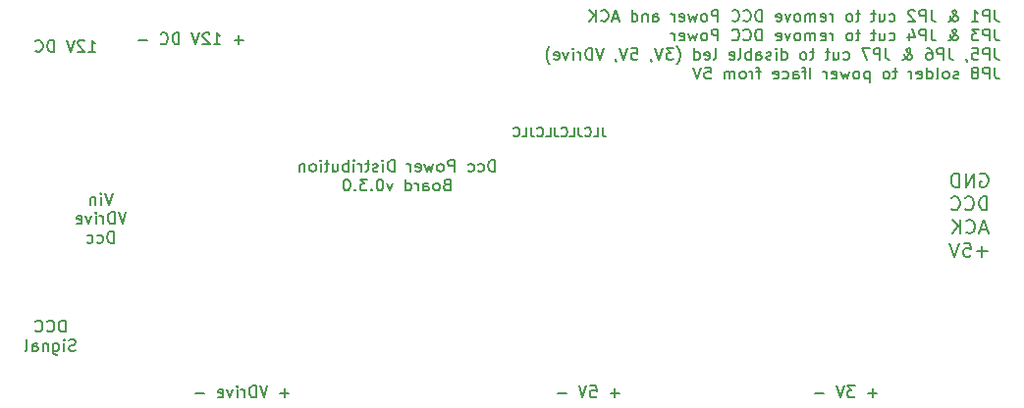
<source format=gbr>
G04 #@! TF.GenerationSoftware,KiCad,Pcbnew,5.1.10-88a1d61d58~90~ubuntu21.04.1*
G04 #@! TF.CreationDate,2021-08-23T11:27:44+02:00*
G04 #@! TF.ProjectId,DccDecoder,44636344-6563-46f6-9465-722e6b696361,rev?*
G04 #@! TF.SameCoordinates,Original*
G04 #@! TF.FileFunction,Legend,Bot*
G04 #@! TF.FilePolarity,Positive*
%FSLAX46Y46*%
G04 Gerber Fmt 4.6, Leading zero omitted, Abs format (unit mm)*
G04 Created by KiCad (PCBNEW 5.1.10-88a1d61d58~90~ubuntu21.04.1) date 2021-08-23 11:27:44*
%MOMM*%
%LPD*%
G01*
G04 APERTURE LIST*
%ADD10C,0.150000*%
%ADD11C,0.200000*%
%ADD12C,2.400000*%
%ADD13R,2.400000X2.400000*%
%ADD14C,4.700000*%
%ADD15O,1.950000X1.700000*%
%ADD16R,3.500000X3.500000*%
%ADD17O,1.700000X1.700000*%
%ADD18R,1.700000X1.700000*%
%ADD19O,2.000000X1.700000*%
G04 APERTURE END LIST*
D10*
X39448809Y-28011428D02*
X38686904Y-28011428D01*
X39067857Y-28392380D02*
X39067857Y-27630476D01*
X36925000Y-28392380D02*
X37496428Y-28392380D01*
X37210714Y-28392380D02*
X37210714Y-27392380D01*
X37305952Y-27535238D01*
X37401190Y-27630476D01*
X37496428Y-27678095D01*
X36544047Y-27487619D02*
X36496428Y-27440000D01*
X36401190Y-27392380D01*
X36163095Y-27392380D01*
X36067857Y-27440000D01*
X36020238Y-27487619D01*
X35972619Y-27582857D01*
X35972619Y-27678095D01*
X36020238Y-27820952D01*
X36591666Y-28392380D01*
X35972619Y-28392380D01*
X35686904Y-27392380D02*
X35353571Y-28392380D01*
X35020238Y-27392380D01*
X33925000Y-28392380D02*
X33925000Y-27392380D01*
X33686904Y-27392380D01*
X33544047Y-27440000D01*
X33448809Y-27535238D01*
X33401190Y-27630476D01*
X33353571Y-27820952D01*
X33353571Y-27963809D01*
X33401190Y-28154285D01*
X33448809Y-28249523D01*
X33544047Y-28344761D01*
X33686904Y-28392380D01*
X33925000Y-28392380D01*
X32353571Y-28297142D02*
X32401190Y-28344761D01*
X32544047Y-28392380D01*
X32639285Y-28392380D01*
X32782142Y-28344761D01*
X32877380Y-28249523D01*
X32925000Y-28154285D01*
X32972619Y-27963809D01*
X32972619Y-27820952D01*
X32925000Y-27630476D01*
X32877380Y-27535238D01*
X32782142Y-27440000D01*
X32639285Y-27392380D01*
X32544047Y-27392380D01*
X32401190Y-27440000D01*
X32353571Y-27487619D01*
X31163095Y-28011428D02*
X30401190Y-28011428D01*
X104280690Y-25425380D02*
X104280690Y-26139666D01*
X104328309Y-26282523D01*
X104423547Y-26377761D01*
X104566404Y-26425380D01*
X104661642Y-26425380D01*
X103804500Y-26425380D02*
X103804500Y-25425380D01*
X103423547Y-25425380D01*
X103328309Y-25473000D01*
X103280690Y-25520619D01*
X103233071Y-25615857D01*
X103233071Y-25758714D01*
X103280690Y-25853952D01*
X103328309Y-25901571D01*
X103423547Y-25949190D01*
X103804500Y-25949190D01*
X102280690Y-26425380D02*
X102852119Y-26425380D01*
X102566404Y-26425380D02*
X102566404Y-25425380D01*
X102661642Y-25568238D01*
X102756880Y-25663476D01*
X102852119Y-25711095D01*
X100280690Y-26425380D02*
X100328309Y-26425380D01*
X100423547Y-26377761D01*
X100566404Y-26234904D01*
X100804500Y-25949190D01*
X100899738Y-25806333D01*
X100947357Y-25663476D01*
X100947357Y-25568238D01*
X100899738Y-25473000D01*
X100804500Y-25425380D01*
X100756880Y-25425380D01*
X100661642Y-25473000D01*
X100614023Y-25568238D01*
X100614023Y-25615857D01*
X100661642Y-25711095D01*
X100709261Y-25758714D01*
X100994976Y-25949190D01*
X101042595Y-25996809D01*
X101090214Y-26092047D01*
X101090214Y-26234904D01*
X101042595Y-26330142D01*
X100994976Y-26377761D01*
X100899738Y-26425380D01*
X100756880Y-26425380D01*
X100661642Y-26377761D01*
X100614023Y-26330142D01*
X100471166Y-26139666D01*
X100423547Y-25996809D01*
X100423547Y-25901571D01*
X98804500Y-25425380D02*
X98804500Y-26139666D01*
X98852119Y-26282523D01*
X98947357Y-26377761D01*
X99090214Y-26425380D01*
X99185452Y-26425380D01*
X98328309Y-26425380D02*
X98328309Y-25425380D01*
X97947357Y-25425380D01*
X97852119Y-25473000D01*
X97804500Y-25520619D01*
X97756880Y-25615857D01*
X97756880Y-25758714D01*
X97804500Y-25853952D01*
X97852119Y-25901571D01*
X97947357Y-25949190D01*
X98328309Y-25949190D01*
X97375928Y-25520619D02*
X97328309Y-25473000D01*
X97233071Y-25425380D01*
X96994976Y-25425380D01*
X96899738Y-25473000D01*
X96852119Y-25520619D01*
X96804500Y-25615857D01*
X96804500Y-25711095D01*
X96852119Y-25853952D01*
X97423547Y-26425380D01*
X96804500Y-26425380D01*
X95185452Y-26377761D02*
X95280690Y-26425380D01*
X95471166Y-26425380D01*
X95566404Y-26377761D01*
X95614023Y-26330142D01*
X95661642Y-26234904D01*
X95661642Y-25949190D01*
X95614023Y-25853952D01*
X95566404Y-25806333D01*
X95471166Y-25758714D01*
X95280690Y-25758714D01*
X95185452Y-25806333D01*
X94328309Y-25758714D02*
X94328309Y-26425380D01*
X94756880Y-25758714D02*
X94756880Y-26282523D01*
X94709261Y-26377761D01*
X94614023Y-26425380D01*
X94471166Y-26425380D01*
X94375928Y-26377761D01*
X94328309Y-26330142D01*
X93994976Y-25758714D02*
X93614023Y-25758714D01*
X93852119Y-25425380D02*
X93852119Y-26282523D01*
X93804500Y-26377761D01*
X93709261Y-26425380D01*
X93614023Y-26425380D01*
X92661642Y-25758714D02*
X92280690Y-25758714D01*
X92518785Y-25425380D02*
X92518785Y-26282523D01*
X92471166Y-26377761D01*
X92375928Y-26425380D01*
X92280690Y-26425380D01*
X91804500Y-26425380D02*
X91899738Y-26377761D01*
X91947357Y-26330142D01*
X91994976Y-26234904D01*
X91994976Y-25949190D01*
X91947357Y-25853952D01*
X91899738Y-25806333D01*
X91804500Y-25758714D01*
X91661642Y-25758714D01*
X91566404Y-25806333D01*
X91518785Y-25853952D01*
X91471166Y-25949190D01*
X91471166Y-26234904D01*
X91518785Y-26330142D01*
X91566404Y-26377761D01*
X91661642Y-26425380D01*
X91804500Y-26425380D01*
X90280690Y-26425380D02*
X90280690Y-25758714D01*
X90280690Y-25949190D02*
X90233071Y-25853952D01*
X90185452Y-25806333D01*
X90090214Y-25758714D01*
X89994976Y-25758714D01*
X89280690Y-26377761D02*
X89375928Y-26425380D01*
X89566404Y-26425380D01*
X89661642Y-26377761D01*
X89709261Y-26282523D01*
X89709261Y-25901571D01*
X89661642Y-25806333D01*
X89566404Y-25758714D01*
X89375928Y-25758714D01*
X89280690Y-25806333D01*
X89233071Y-25901571D01*
X89233071Y-25996809D01*
X89709261Y-26092047D01*
X88804500Y-26425380D02*
X88804500Y-25758714D01*
X88804500Y-25853952D02*
X88756880Y-25806333D01*
X88661642Y-25758714D01*
X88518785Y-25758714D01*
X88423547Y-25806333D01*
X88375928Y-25901571D01*
X88375928Y-26425380D01*
X88375928Y-25901571D02*
X88328309Y-25806333D01*
X88233071Y-25758714D01*
X88090214Y-25758714D01*
X87994976Y-25806333D01*
X87947357Y-25901571D01*
X87947357Y-26425380D01*
X87328309Y-26425380D02*
X87423547Y-26377761D01*
X87471166Y-26330142D01*
X87518785Y-26234904D01*
X87518785Y-25949190D01*
X87471166Y-25853952D01*
X87423547Y-25806333D01*
X87328309Y-25758714D01*
X87185452Y-25758714D01*
X87090214Y-25806333D01*
X87042595Y-25853952D01*
X86994976Y-25949190D01*
X86994976Y-26234904D01*
X87042595Y-26330142D01*
X87090214Y-26377761D01*
X87185452Y-26425380D01*
X87328309Y-26425380D01*
X86661642Y-25758714D02*
X86423547Y-26425380D01*
X86185452Y-25758714D01*
X85423547Y-26377761D02*
X85518785Y-26425380D01*
X85709261Y-26425380D01*
X85804500Y-26377761D01*
X85852119Y-26282523D01*
X85852119Y-25901571D01*
X85804500Y-25806333D01*
X85709261Y-25758714D01*
X85518785Y-25758714D01*
X85423547Y-25806333D01*
X85375928Y-25901571D01*
X85375928Y-25996809D01*
X85852119Y-26092047D01*
X84185452Y-26425380D02*
X84185452Y-25425380D01*
X83947357Y-25425380D01*
X83804500Y-25473000D01*
X83709261Y-25568238D01*
X83661642Y-25663476D01*
X83614023Y-25853952D01*
X83614023Y-25996809D01*
X83661642Y-26187285D01*
X83709261Y-26282523D01*
X83804500Y-26377761D01*
X83947357Y-26425380D01*
X84185452Y-26425380D01*
X82614023Y-26330142D02*
X82661642Y-26377761D01*
X82804500Y-26425380D01*
X82899738Y-26425380D01*
X83042595Y-26377761D01*
X83137833Y-26282523D01*
X83185452Y-26187285D01*
X83233071Y-25996809D01*
X83233071Y-25853952D01*
X83185452Y-25663476D01*
X83137833Y-25568238D01*
X83042595Y-25473000D01*
X82899738Y-25425380D01*
X82804500Y-25425380D01*
X82661642Y-25473000D01*
X82614023Y-25520619D01*
X81614023Y-26330142D02*
X81661642Y-26377761D01*
X81804500Y-26425380D01*
X81899738Y-26425380D01*
X82042595Y-26377761D01*
X82137833Y-26282523D01*
X82185452Y-26187285D01*
X82233071Y-25996809D01*
X82233071Y-25853952D01*
X82185452Y-25663476D01*
X82137833Y-25568238D01*
X82042595Y-25473000D01*
X81899738Y-25425380D01*
X81804500Y-25425380D01*
X81661642Y-25473000D01*
X81614023Y-25520619D01*
X80423547Y-26425380D02*
X80423547Y-25425380D01*
X80042595Y-25425380D01*
X79947357Y-25473000D01*
X79899738Y-25520619D01*
X79852119Y-25615857D01*
X79852119Y-25758714D01*
X79899738Y-25853952D01*
X79947357Y-25901571D01*
X80042595Y-25949190D01*
X80423547Y-25949190D01*
X79280690Y-26425380D02*
X79375928Y-26377761D01*
X79423547Y-26330142D01*
X79471166Y-26234904D01*
X79471166Y-25949190D01*
X79423547Y-25853952D01*
X79375928Y-25806333D01*
X79280690Y-25758714D01*
X79137833Y-25758714D01*
X79042595Y-25806333D01*
X78994976Y-25853952D01*
X78947357Y-25949190D01*
X78947357Y-26234904D01*
X78994976Y-26330142D01*
X79042595Y-26377761D01*
X79137833Y-26425380D01*
X79280690Y-26425380D01*
X78614023Y-25758714D02*
X78423547Y-26425380D01*
X78233071Y-25949190D01*
X78042595Y-26425380D01*
X77852119Y-25758714D01*
X77090214Y-26377761D02*
X77185452Y-26425380D01*
X77375928Y-26425380D01*
X77471166Y-26377761D01*
X77518785Y-26282523D01*
X77518785Y-25901571D01*
X77471166Y-25806333D01*
X77375928Y-25758714D01*
X77185452Y-25758714D01*
X77090214Y-25806333D01*
X77042595Y-25901571D01*
X77042595Y-25996809D01*
X77518785Y-26092047D01*
X76614023Y-26425380D02*
X76614023Y-25758714D01*
X76614023Y-25949190D02*
X76566404Y-25853952D01*
X76518785Y-25806333D01*
X76423547Y-25758714D01*
X76328309Y-25758714D01*
X74804500Y-26425380D02*
X74804500Y-25901571D01*
X74852119Y-25806333D01*
X74947357Y-25758714D01*
X75137833Y-25758714D01*
X75233071Y-25806333D01*
X74804500Y-26377761D02*
X74899738Y-26425380D01*
X75137833Y-26425380D01*
X75233071Y-26377761D01*
X75280690Y-26282523D01*
X75280690Y-26187285D01*
X75233071Y-26092047D01*
X75137833Y-26044428D01*
X74899738Y-26044428D01*
X74804500Y-25996809D01*
X74328309Y-25758714D02*
X74328309Y-26425380D01*
X74328309Y-25853952D02*
X74280690Y-25806333D01*
X74185452Y-25758714D01*
X74042595Y-25758714D01*
X73947357Y-25806333D01*
X73899738Y-25901571D01*
X73899738Y-26425380D01*
X72994976Y-26425380D02*
X72994976Y-25425380D01*
X72994976Y-26377761D02*
X73090214Y-26425380D01*
X73280690Y-26425380D01*
X73375928Y-26377761D01*
X73423547Y-26330142D01*
X73471166Y-26234904D01*
X73471166Y-25949190D01*
X73423547Y-25853952D01*
X73375928Y-25806333D01*
X73280690Y-25758714D01*
X73090214Y-25758714D01*
X72994976Y-25806333D01*
X71804500Y-26139666D02*
X71328309Y-26139666D01*
X71899738Y-26425380D02*
X71566404Y-25425380D01*
X71233071Y-26425380D01*
X70328309Y-26330142D02*
X70375928Y-26377761D01*
X70518785Y-26425380D01*
X70614023Y-26425380D01*
X70756880Y-26377761D01*
X70852119Y-26282523D01*
X70899738Y-26187285D01*
X70947357Y-25996809D01*
X70947357Y-25853952D01*
X70899738Y-25663476D01*
X70852119Y-25568238D01*
X70756880Y-25473000D01*
X70614023Y-25425380D01*
X70518785Y-25425380D01*
X70375928Y-25473000D01*
X70328309Y-25520619D01*
X69899738Y-26425380D02*
X69899738Y-25425380D01*
X69328309Y-26425380D02*
X69756880Y-25853952D01*
X69328309Y-25425380D02*
X69899738Y-25996809D01*
X104280690Y-27075380D02*
X104280690Y-27789666D01*
X104328309Y-27932523D01*
X104423547Y-28027761D01*
X104566404Y-28075380D01*
X104661642Y-28075380D01*
X103804500Y-28075380D02*
X103804500Y-27075380D01*
X103423547Y-27075380D01*
X103328309Y-27123000D01*
X103280690Y-27170619D01*
X103233071Y-27265857D01*
X103233071Y-27408714D01*
X103280690Y-27503952D01*
X103328309Y-27551571D01*
X103423547Y-27599190D01*
X103804500Y-27599190D01*
X102899738Y-27075380D02*
X102280690Y-27075380D01*
X102614023Y-27456333D01*
X102471166Y-27456333D01*
X102375928Y-27503952D01*
X102328309Y-27551571D01*
X102280690Y-27646809D01*
X102280690Y-27884904D01*
X102328309Y-27980142D01*
X102375928Y-28027761D01*
X102471166Y-28075380D01*
X102756880Y-28075380D01*
X102852119Y-28027761D01*
X102899738Y-27980142D01*
X100280690Y-28075380D02*
X100328309Y-28075380D01*
X100423547Y-28027761D01*
X100566404Y-27884904D01*
X100804500Y-27599190D01*
X100899738Y-27456333D01*
X100947357Y-27313476D01*
X100947357Y-27218238D01*
X100899738Y-27123000D01*
X100804500Y-27075380D01*
X100756880Y-27075380D01*
X100661642Y-27123000D01*
X100614023Y-27218238D01*
X100614023Y-27265857D01*
X100661642Y-27361095D01*
X100709261Y-27408714D01*
X100994976Y-27599190D01*
X101042595Y-27646809D01*
X101090214Y-27742047D01*
X101090214Y-27884904D01*
X101042595Y-27980142D01*
X100994976Y-28027761D01*
X100899738Y-28075380D01*
X100756880Y-28075380D01*
X100661642Y-28027761D01*
X100614023Y-27980142D01*
X100471166Y-27789666D01*
X100423547Y-27646809D01*
X100423547Y-27551571D01*
X98804500Y-27075380D02*
X98804500Y-27789666D01*
X98852119Y-27932523D01*
X98947357Y-28027761D01*
X99090214Y-28075380D01*
X99185452Y-28075380D01*
X98328309Y-28075380D02*
X98328309Y-27075380D01*
X97947357Y-27075380D01*
X97852119Y-27123000D01*
X97804500Y-27170619D01*
X97756880Y-27265857D01*
X97756880Y-27408714D01*
X97804500Y-27503952D01*
X97852119Y-27551571D01*
X97947357Y-27599190D01*
X98328309Y-27599190D01*
X96899738Y-27408714D02*
X96899738Y-28075380D01*
X97137833Y-27027761D02*
X97375928Y-27742047D01*
X96756880Y-27742047D01*
X95185452Y-28027761D02*
X95280690Y-28075380D01*
X95471166Y-28075380D01*
X95566404Y-28027761D01*
X95614023Y-27980142D01*
X95661642Y-27884904D01*
X95661642Y-27599190D01*
X95614023Y-27503952D01*
X95566404Y-27456333D01*
X95471166Y-27408714D01*
X95280690Y-27408714D01*
X95185452Y-27456333D01*
X94328309Y-27408714D02*
X94328309Y-28075380D01*
X94756880Y-27408714D02*
X94756880Y-27932523D01*
X94709261Y-28027761D01*
X94614023Y-28075380D01*
X94471166Y-28075380D01*
X94375928Y-28027761D01*
X94328309Y-27980142D01*
X93994976Y-27408714D02*
X93614023Y-27408714D01*
X93852119Y-27075380D02*
X93852119Y-27932523D01*
X93804500Y-28027761D01*
X93709261Y-28075380D01*
X93614023Y-28075380D01*
X92661642Y-27408714D02*
X92280690Y-27408714D01*
X92518785Y-27075380D02*
X92518785Y-27932523D01*
X92471166Y-28027761D01*
X92375928Y-28075380D01*
X92280690Y-28075380D01*
X91804500Y-28075380D02*
X91899738Y-28027761D01*
X91947357Y-27980142D01*
X91994976Y-27884904D01*
X91994976Y-27599190D01*
X91947357Y-27503952D01*
X91899738Y-27456333D01*
X91804500Y-27408714D01*
X91661642Y-27408714D01*
X91566404Y-27456333D01*
X91518785Y-27503952D01*
X91471166Y-27599190D01*
X91471166Y-27884904D01*
X91518785Y-27980142D01*
X91566404Y-28027761D01*
X91661642Y-28075380D01*
X91804500Y-28075380D01*
X90280690Y-28075380D02*
X90280690Y-27408714D01*
X90280690Y-27599190D02*
X90233071Y-27503952D01*
X90185452Y-27456333D01*
X90090214Y-27408714D01*
X89994976Y-27408714D01*
X89280690Y-28027761D02*
X89375928Y-28075380D01*
X89566404Y-28075380D01*
X89661642Y-28027761D01*
X89709261Y-27932523D01*
X89709261Y-27551571D01*
X89661642Y-27456333D01*
X89566404Y-27408714D01*
X89375928Y-27408714D01*
X89280690Y-27456333D01*
X89233071Y-27551571D01*
X89233071Y-27646809D01*
X89709261Y-27742047D01*
X88804500Y-28075380D02*
X88804500Y-27408714D01*
X88804500Y-27503952D02*
X88756880Y-27456333D01*
X88661642Y-27408714D01*
X88518785Y-27408714D01*
X88423547Y-27456333D01*
X88375928Y-27551571D01*
X88375928Y-28075380D01*
X88375928Y-27551571D02*
X88328309Y-27456333D01*
X88233071Y-27408714D01*
X88090214Y-27408714D01*
X87994976Y-27456333D01*
X87947357Y-27551571D01*
X87947357Y-28075380D01*
X87328309Y-28075380D02*
X87423547Y-28027761D01*
X87471166Y-27980142D01*
X87518785Y-27884904D01*
X87518785Y-27599190D01*
X87471166Y-27503952D01*
X87423547Y-27456333D01*
X87328309Y-27408714D01*
X87185452Y-27408714D01*
X87090214Y-27456333D01*
X87042595Y-27503952D01*
X86994976Y-27599190D01*
X86994976Y-27884904D01*
X87042595Y-27980142D01*
X87090214Y-28027761D01*
X87185452Y-28075380D01*
X87328309Y-28075380D01*
X86661642Y-27408714D02*
X86423547Y-28075380D01*
X86185452Y-27408714D01*
X85423547Y-28027761D02*
X85518785Y-28075380D01*
X85709261Y-28075380D01*
X85804500Y-28027761D01*
X85852119Y-27932523D01*
X85852119Y-27551571D01*
X85804500Y-27456333D01*
X85709261Y-27408714D01*
X85518785Y-27408714D01*
X85423547Y-27456333D01*
X85375928Y-27551571D01*
X85375928Y-27646809D01*
X85852119Y-27742047D01*
X84185452Y-28075380D02*
X84185452Y-27075380D01*
X83947357Y-27075380D01*
X83804500Y-27123000D01*
X83709261Y-27218238D01*
X83661642Y-27313476D01*
X83614023Y-27503952D01*
X83614023Y-27646809D01*
X83661642Y-27837285D01*
X83709261Y-27932523D01*
X83804500Y-28027761D01*
X83947357Y-28075380D01*
X84185452Y-28075380D01*
X82614023Y-27980142D02*
X82661642Y-28027761D01*
X82804500Y-28075380D01*
X82899738Y-28075380D01*
X83042595Y-28027761D01*
X83137833Y-27932523D01*
X83185452Y-27837285D01*
X83233071Y-27646809D01*
X83233071Y-27503952D01*
X83185452Y-27313476D01*
X83137833Y-27218238D01*
X83042595Y-27123000D01*
X82899738Y-27075380D01*
X82804500Y-27075380D01*
X82661642Y-27123000D01*
X82614023Y-27170619D01*
X81614023Y-27980142D02*
X81661642Y-28027761D01*
X81804500Y-28075380D01*
X81899738Y-28075380D01*
X82042595Y-28027761D01*
X82137833Y-27932523D01*
X82185452Y-27837285D01*
X82233071Y-27646809D01*
X82233071Y-27503952D01*
X82185452Y-27313476D01*
X82137833Y-27218238D01*
X82042595Y-27123000D01*
X81899738Y-27075380D01*
X81804500Y-27075380D01*
X81661642Y-27123000D01*
X81614023Y-27170619D01*
X80423547Y-28075380D02*
X80423547Y-27075380D01*
X80042595Y-27075380D01*
X79947357Y-27123000D01*
X79899738Y-27170619D01*
X79852119Y-27265857D01*
X79852119Y-27408714D01*
X79899738Y-27503952D01*
X79947357Y-27551571D01*
X80042595Y-27599190D01*
X80423547Y-27599190D01*
X79280690Y-28075380D02*
X79375928Y-28027761D01*
X79423547Y-27980142D01*
X79471166Y-27884904D01*
X79471166Y-27599190D01*
X79423547Y-27503952D01*
X79375928Y-27456333D01*
X79280690Y-27408714D01*
X79137833Y-27408714D01*
X79042595Y-27456333D01*
X78994976Y-27503952D01*
X78947357Y-27599190D01*
X78947357Y-27884904D01*
X78994976Y-27980142D01*
X79042595Y-28027761D01*
X79137833Y-28075380D01*
X79280690Y-28075380D01*
X78614023Y-27408714D02*
X78423547Y-28075380D01*
X78233071Y-27599190D01*
X78042595Y-28075380D01*
X77852119Y-27408714D01*
X77090214Y-28027761D02*
X77185452Y-28075380D01*
X77375928Y-28075380D01*
X77471166Y-28027761D01*
X77518785Y-27932523D01*
X77518785Y-27551571D01*
X77471166Y-27456333D01*
X77375928Y-27408714D01*
X77185452Y-27408714D01*
X77090214Y-27456333D01*
X77042595Y-27551571D01*
X77042595Y-27646809D01*
X77518785Y-27742047D01*
X76614023Y-28075380D02*
X76614023Y-27408714D01*
X76614023Y-27599190D02*
X76566404Y-27503952D01*
X76518785Y-27456333D01*
X76423547Y-27408714D01*
X76328309Y-27408714D01*
X104280690Y-28725380D02*
X104280690Y-29439666D01*
X104328309Y-29582523D01*
X104423547Y-29677761D01*
X104566404Y-29725380D01*
X104661642Y-29725380D01*
X103804500Y-29725380D02*
X103804500Y-28725380D01*
X103423547Y-28725380D01*
X103328309Y-28773000D01*
X103280690Y-28820619D01*
X103233071Y-28915857D01*
X103233071Y-29058714D01*
X103280690Y-29153952D01*
X103328309Y-29201571D01*
X103423547Y-29249190D01*
X103804500Y-29249190D01*
X102328309Y-28725380D02*
X102804500Y-28725380D01*
X102852119Y-29201571D01*
X102804500Y-29153952D01*
X102709261Y-29106333D01*
X102471166Y-29106333D01*
X102375928Y-29153952D01*
X102328309Y-29201571D01*
X102280690Y-29296809D01*
X102280690Y-29534904D01*
X102328309Y-29630142D01*
X102375928Y-29677761D01*
X102471166Y-29725380D01*
X102709261Y-29725380D01*
X102804500Y-29677761D01*
X102852119Y-29630142D01*
X101804500Y-29677761D02*
X101804500Y-29725380D01*
X101852119Y-29820619D01*
X101899738Y-29868238D01*
X100328309Y-28725380D02*
X100328309Y-29439666D01*
X100375928Y-29582523D01*
X100471166Y-29677761D01*
X100614023Y-29725380D01*
X100709261Y-29725380D01*
X99852119Y-29725380D02*
X99852119Y-28725380D01*
X99471166Y-28725380D01*
X99375928Y-28773000D01*
X99328309Y-28820619D01*
X99280690Y-28915857D01*
X99280690Y-29058714D01*
X99328309Y-29153952D01*
X99375928Y-29201571D01*
X99471166Y-29249190D01*
X99852119Y-29249190D01*
X98423547Y-28725380D02*
X98614023Y-28725380D01*
X98709261Y-28773000D01*
X98756880Y-28820619D01*
X98852119Y-28963476D01*
X98899738Y-29153952D01*
X98899738Y-29534904D01*
X98852119Y-29630142D01*
X98804500Y-29677761D01*
X98709261Y-29725380D01*
X98518785Y-29725380D01*
X98423547Y-29677761D01*
X98375928Y-29630142D01*
X98328309Y-29534904D01*
X98328309Y-29296809D01*
X98375928Y-29201571D01*
X98423547Y-29153952D01*
X98518785Y-29106333D01*
X98709261Y-29106333D01*
X98804500Y-29153952D01*
X98852119Y-29201571D01*
X98899738Y-29296809D01*
X96328309Y-29725380D02*
X96375928Y-29725380D01*
X96471166Y-29677761D01*
X96614023Y-29534904D01*
X96852119Y-29249190D01*
X96947357Y-29106333D01*
X96994976Y-28963476D01*
X96994976Y-28868238D01*
X96947357Y-28773000D01*
X96852119Y-28725380D01*
X96804500Y-28725380D01*
X96709261Y-28773000D01*
X96661642Y-28868238D01*
X96661642Y-28915857D01*
X96709261Y-29011095D01*
X96756880Y-29058714D01*
X97042595Y-29249190D01*
X97090214Y-29296809D01*
X97137833Y-29392047D01*
X97137833Y-29534904D01*
X97090214Y-29630142D01*
X97042595Y-29677761D01*
X96947357Y-29725380D01*
X96804500Y-29725380D01*
X96709261Y-29677761D01*
X96661642Y-29630142D01*
X96518785Y-29439666D01*
X96471166Y-29296809D01*
X96471166Y-29201571D01*
X94852119Y-28725380D02*
X94852119Y-29439666D01*
X94899738Y-29582523D01*
X94994976Y-29677761D01*
X95137833Y-29725380D01*
X95233071Y-29725380D01*
X94375928Y-29725380D02*
X94375928Y-28725380D01*
X93994976Y-28725380D01*
X93899738Y-28773000D01*
X93852119Y-28820619D01*
X93804500Y-28915857D01*
X93804500Y-29058714D01*
X93852119Y-29153952D01*
X93899738Y-29201571D01*
X93994976Y-29249190D01*
X94375928Y-29249190D01*
X93471166Y-28725380D02*
X92804500Y-28725380D01*
X93233071Y-29725380D01*
X91233071Y-29677761D02*
X91328309Y-29725380D01*
X91518785Y-29725380D01*
X91614023Y-29677761D01*
X91661642Y-29630142D01*
X91709261Y-29534904D01*
X91709261Y-29249190D01*
X91661642Y-29153952D01*
X91614023Y-29106333D01*
X91518785Y-29058714D01*
X91328309Y-29058714D01*
X91233071Y-29106333D01*
X90375928Y-29058714D02*
X90375928Y-29725380D01*
X90804500Y-29058714D02*
X90804500Y-29582523D01*
X90756880Y-29677761D01*
X90661642Y-29725380D01*
X90518785Y-29725380D01*
X90423547Y-29677761D01*
X90375928Y-29630142D01*
X90042595Y-29058714D02*
X89661642Y-29058714D01*
X89899738Y-28725380D02*
X89899738Y-29582523D01*
X89852119Y-29677761D01*
X89756880Y-29725380D01*
X89661642Y-29725380D01*
X88709261Y-29058714D02*
X88328309Y-29058714D01*
X88566404Y-28725380D02*
X88566404Y-29582523D01*
X88518785Y-29677761D01*
X88423547Y-29725380D01*
X88328309Y-29725380D01*
X87852119Y-29725380D02*
X87947357Y-29677761D01*
X87994976Y-29630142D01*
X88042595Y-29534904D01*
X88042595Y-29249190D01*
X87994976Y-29153952D01*
X87947357Y-29106333D01*
X87852119Y-29058714D01*
X87709261Y-29058714D01*
X87614023Y-29106333D01*
X87566404Y-29153952D01*
X87518785Y-29249190D01*
X87518785Y-29534904D01*
X87566404Y-29630142D01*
X87614023Y-29677761D01*
X87709261Y-29725380D01*
X87852119Y-29725380D01*
X85899738Y-29725380D02*
X85899738Y-28725380D01*
X85899738Y-29677761D02*
X85994976Y-29725380D01*
X86185452Y-29725380D01*
X86280690Y-29677761D01*
X86328309Y-29630142D01*
X86375928Y-29534904D01*
X86375928Y-29249190D01*
X86328309Y-29153952D01*
X86280690Y-29106333D01*
X86185452Y-29058714D01*
X85994976Y-29058714D01*
X85899738Y-29106333D01*
X85423547Y-29725380D02*
X85423547Y-29058714D01*
X85423547Y-28725380D02*
X85471166Y-28773000D01*
X85423547Y-28820619D01*
X85375928Y-28773000D01*
X85423547Y-28725380D01*
X85423547Y-28820619D01*
X84994976Y-29677761D02*
X84899738Y-29725380D01*
X84709261Y-29725380D01*
X84614023Y-29677761D01*
X84566404Y-29582523D01*
X84566404Y-29534904D01*
X84614023Y-29439666D01*
X84709261Y-29392047D01*
X84852119Y-29392047D01*
X84947357Y-29344428D01*
X84994976Y-29249190D01*
X84994976Y-29201571D01*
X84947357Y-29106333D01*
X84852119Y-29058714D01*
X84709261Y-29058714D01*
X84614023Y-29106333D01*
X83709261Y-29725380D02*
X83709261Y-29201571D01*
X83756880Y-29106333D01*
X83852119Y-29058714D01*
X84042595Y-29058714D01*
X84137833Y-29106333D01*
X83709261Y-29677761D02*
X83804500Y-29725380D01*
X84042595Y-29725380D01*
X84137833Y-29677761D01*
X84185452Y-29582523D01*
X84185452Y-29487285D01*
X84137833Y-29392047D01*
X84042595Y-29344428D01*
X83804500Y-29344428D01*
X83709261Y-29296809D01*
X83233071Y-29725380D02*
X83233071Y-28725380D01*
X83233071Y-29106333D02*
X83137833Y-29058714D01*
X82947357Y-29058714D01*
X82852119Y-29106333D01*
X82804500Y-29153952D01*
X82756880Y-29249190D01*
X82756880Y-29534904D01*
X82804500Y-29630142D01*
X82852119Y-29677761D01*
X82947357Y-29725380D01*
X83137833Y-29725380D01*
X83233071Y-29677761D01*
X82185452Y-29725380D02*
X82280690Y-29677761D01*
X82328309Y-29582523D01*
X82328309Y-28725380D01*
X81423547Y-29677761D02*
X81518785Y-29725380D01*
X81709261Y-29725380D01*
X81804500Y-29677761D01*
X81852119Y-29582523D01*
X81852119Y-29201571D01*
X81804500Y-29106333D01*
X81709261Y-29058714D01*
X81518785Y-29058714D01*
X81423547Y-29106333D01*
X81375928Y-29201571D01*
X81375928Y-29296809D01*
X81852119Y-29392047D01*
X80042595Y-29725380D02*
X80137833Y-29677761D01*
X80185452Y-29582523D01*
X80185452Y-28725380D01*
X79280690Y-29677761D02*
X79375928Y-29725380D01*
X79566404Y-29725380D01*
X79661642Y-29677761D01*
X79709261Y-29582523D01*
X79709261Y-29201571D01*
X79661642Y-29106333D01*
X79566404Y-29058714D01*
X79375928Y-29058714D01*
X79280690Y-29106333D01*
X79233071Y-29201571D01*
X79233071Y-29296809D01*
X79709261Y-29392047D01*
X78375928Y-29725380D02*
X78375928Y-28725380D01*
X78375928Y-29677761D02*
X78471166Y-29725380D01*
X78661642Y-29725380D01*
X78756880Y-29677761D01*
X78804500Y-29630142D01*
X78852119Y-29534904D01*
X78852119Y-29249190D01*
X78804500Y-29153952D01*
X78756880Y-29106333D01*
X78661642Y-29058714D01*
X78471166Y-29058714D01*
X78375928Y-29106333D01*
X76852119Y-30106333D02*
X76899738Y-30058714D01*
X76994976Y-29915857D01*
X77042595Y-29820619D01*
X77090214Y-29677761D01*
X77137833Y-29439666D01*
X77137833Y-29249190D01*
X77090214Y-29011095D01*
X77042595Y-28868238D01*
X76994976Y-28773000D01*
X76899738Y-28630142D01*
X76852119Y-28582523D01*
X76566404Y-28725380D02*
X75947357Y-28725380D01*
X76280690Y-29106333D01*
X76137833Y-29106333D01*
X76042595Y-29153952D01*
X75994976Y-29201571D01*
X75947357Y-29296809D01*
X75947357Y-29534904D01*
X75994976Y-29630142D01*
X76042595Y-29677761D01*
X76137833Y-29725380D01*
X76423547Y-29725380D01*
X76518785Y-29677761D01*
X76566404Y-29630142D01*
X75661642Y-28725380D02*
X75328309Y-29725380D01*
X74994976Y-28725380D01*
X74614023Y-29677761D02*
X74614023Y-29725380D01*
X74661642Y-29820619D01*
X74709261Y-29868238D01*
X72947357Y-28725380D02*
X73423547Y-28725380D01*
X73471166Y-29201571D01*
X73423547Y-29153952D01*
X73328309Y-29106333D01*
X73090214Y-29106333D01*
X72994976Y-29153952D01*
X72947357Y-29201571D01*
X72899738Y-29296809D01*
X72899738Y-29534904D01*
X72947357Y-29630142D01*
X72994976Y-29677761D01*
X73090214Y-29725380D01*
X73328309Y-29725380D01*
X73423547Y-29677761D01*
X73471166Y-29630142D01*
X72614023Y-28725380D02*
X72280690Y-29725380D01*
X71947357Y-28725380D01*
X71566404Y-29677761D02*
X71566404Y-29725380D01*
X71614023Y-29820619D01*
X71661642Y-29868238D01*
X70518785Y-28725380D02*
X70185452Y-29725380D01*
X69852119Y-28725380D01*
X69518785Y-29725380D02*
X69518785Y-28725380D01*
X69280690Y-28725380D01*
X69137833Y-28773000D01*
X69042595Y-28868238D01*
X68994976Y-28963476D01*
X68947357Y-29153952D01*
X68947357Y-29296809D01*
X68994976Y-29487285D01*
X69042595Y-29582523D01*
X69137833Y-29677761D01*
X69280690Y-29725380D01*
X69518785Y-29725380D01*
X68518785Y-29725380D02*
X68518785Y-29058714D01*
X68518785Y-29249190D02*
X68471166Y-29153952D01*
X68423547Y-29106333D01*
X68328309Y-29058714D01*
X68233071Y-29058714D01*
X67899738Y-29725380D02*
X67899738Y-29058714D01*
X67899738Y-28725380D02*
X67947357Y-28773000D01*
X67899738Y-28820619D01*
X67852119Y-28773000D01*
X67899738Y-28725380D01*
X67899738Y-28820619D01*
X67518785Y-29058714D02*
X67280690Y-29725380D01*
X67042595Y-29058714D01*
X66280690Y-29677761D02*
X66375928Y-29725380D01*
X66566404Y-29725380D01*
X66661642Y-29677761D01*
X66709261Y-29582523D01*
X66709261Y-29201571D01*
X66661642Y-29106333D01*
X66566404Y-29058714D01*
X66375928Y-29058714D01*
X66280690Y-29106333D01*
X66233071Y-29201571D01*
X66233071Y-29296809D01*
X66709261Y-29392047D01*
X65899738Y-30106333D02*
X65852119Y-30058714D01*
X65756880Y-29915857D01*
X65709261Y-29820619D01*
X65661642Y-29677761D01*
X65614023Y-29439666D01*
X65614023Y-29249190D01*
X65661642Y-29011095D01*
X65709261Y-28868238D01*
X65756880Y-28773000D01*
X65852119Y-28630142D01*
X65899738Y-28582523D01*
X104280690Y-30375380D02*
X104280690Y-31089666D01*
X104328309Y-31232523D01*
X104423547Y-31327761D01*
X104566404Y-31375380D01*
X104661642Y-31375380D01*
X103804500Y-31375380D02*
X103804500Y-30375380D01*
X103423547Y-30375380D01*
X103328309Y-30423000D01*
X103280690Y-30470619D01*
X103233071Y-30565857D01*
X103233071Y-30708714D01*
X103280690Y-30803952D01*
X103328309Y-30851571D01*
X103423547Y-30899190D01*
X103804500Y-30899190D01*
X102661642Y-30803952D02*
X102756880Y-30756333D01*
X102804500Y-30708714D01*
X102852119Y-30613476D01*
X102852119Y-30565857D01*
X102804500Y-30470619D01*
X102756880Y-30423000D01*
X102661642Y-30375380D01*
X102471166Y-30375380D01*
X102375928Y-30423000D01*
X102328309Y-30470619D01*
X102280690Y-30565857D01*
X102280690Y-30613476D01*
X102328309Y-30708714D01*
X102375928Y-30756333D01*
X102471166Y-30803952D01*
X102661642Y-30803952D01*
X102756880Y-30851571D01*
X102804500Y-30899190D01*
X102852119Y-30994428D01*
X102852119Y-31184904D01*
X102804500Y-31280142D01*
X102756880Y-31327761D01*
X102661642Y-31375380D01*
X102471166Y-31375380D01*
X102375928Y-31327761D01*
X102328309Y-31280142D01*
X102280690Y-31184904D01*
X102280690Y-30994428D01*
X102328309Y-30899190D01*
X102375928Y-30851571D01*
X102471166Y-30803952D01*
X101137833Y-31327761D02*
X101042595Y-31375380D01*
X100852119Y-31375380D01*
X100756880Y-31327761D01*
X100709261Y-31232523D01*
X100709261Y-31184904D01*
X100756880Y-31089666D01*
X100852119Y-31042047D01*
X100994976Y-31042047D01*
X101090214Y-30994428D01*
X101137833Y-30899190D01*
X101137833Y-30851571D01*
X101090214Y-30756333D01*
X100994976Y-30708714D01*
X100852119Y-30708714D01*
X100756880Y-30756333D01*
X100137833Y-31375380D02*
X100233071Y-31327761D01*
X100280690Y-31280142D01*
X100328309Y-31184904D01*
X100328309Y-30899190D01*
X100280690Y-30803952D01*
X100233071Y-30756333D01*
X100137833Y-30708714D01*
X99994976Y-30708714D01*
X99899738Y-30756333D01*
X99852119Y-30803952D01*
X99804500Y-30899190D01*
X99804500Y-31184904D01*
X99852119Y-31280142D01*
X99899738Y-31327761D01*
X99994976Y-31375380D01*
X100137833Y-31375380D01*
X99233071Y-31375380D02*
X99328309Y-31327761D01*
X99375928Y-31232523D01*
X99375928Y-30375380D01*
X98423547Y-31375380D02*
X98423547Y-30375380D01*
X98423547Y-31327761D02*
X98518785Y-31375380D01*
X98709261Y-31375380D01*
X98804500Y-31327761D01*
X98852119Y-31280142D01*
X98899738Y-31184904D01*
X98899738Y-30899190D01*
X98852119Y-30803952D01*
X98804500Y-30756333D01*
X98709261Y-30708714D01*
X98518785Y-30708714D01*
X98423547Y-30756333D01*
X97566404Y-31327761D02*
X97661642Y-31375380D01*
X97852119Y-31375380D01*
X97947357Y-31327761D01*
X97994976Y-31232523D01*
X97994976Y-30851571D01*
X97947357Y-30756333D01*
X97852119Y-30708714D01*
X97661642Y-30708714D01*
X97566404Y-30756333D01*
X97518785Y-30851571D01*
X97518785Y-30946809D01*
X97994976Y-31042047D01*
X97090214Y-31375380D02*
X97090214Y-30708714D01*
X97090214Y-30899190D02*
X97042595Y-30803952D01*
X96994976Y-30756333D01*
X96899738Y-30708714D01*
X96804500Y-30708714D01*
X95852119Y-30708714D02*
X95471166Y-30708714D01*
X95709261Y-30375380D02*
X95709261Y-31232523D01*
X95661642Y-31327761D01*
X95566404Y-31375380D01*
X95471166Y-31375380D01*
X94994976Y-31375380D02*
X95090214Y-31327761D01*
X95137833Y-31280142D01*
X95185452Y-31184904D01*
X95185452Y-30899190D01*
X95137833Y-30803952D01*
X95090214Y-30756333D01*
X94994976Y-30708714D01*
X94852119Y-30708714D01*
X94756880Y-30756333D01*
X94709261Y-30803952D01*
X94661642Y-30899190D01*
X94661642Y-31184904D01*
X94709261Y-31280142D01*
X94756880Y-31327761D01*
X94852119Y-31375380D01*
X94994976Y-31375380D01*
X93471166Y-30708714D02*
X93471166Y-31708714D01*
X93471166Y-30756333D02*
X93375928Y-30708714D01*
X93185452Y-30708714D01*
X93090214Y-30756333D01*
X93042595Y-30803952D01*
X92994976Y-30899190D01*
X92994976Y-31184904D01*
X93042595Y-31280142D01*
X93090214Y-31327761D01*
X93185452Y-31375380D01*
X93375928Y-31375380D01*
X93471166Y-31327761D01*
X92423547Y-31375380D02*
X92518785Y-31327761D01*
X92566404Y-31280142D01*
X92614023Y-31184904D01*
X92614023Y-30899190D01*
X92566404Y-30803952D01*
X92518785Y-30756333D01*
X92423547Y-30708714D01*
X92280690Y-30708714D01*
X92185452Y-30756333D01*
X92137833Y-30803952D01*
X92090214Y-30899190D01*
X92090214Y-31184904D01*
X92137833Y-31280142D01*
X92185452Y-31327761D01*
X92280690Y-31375380D01*
X92423547Y-31375380D01*
X91756880Y-30708714D02*
X91566404Y-31375380D01*
X91375928Y-30899190D01*
X91185452Y-31375380D01*
X90994976Y-30708714D01*
X90233071Y-31327761D02*
X90328309Y-31375380D01*
X90518785Y-31375380D01*
X90614023Y-31327761D01*
X90661642Y-31232523D01*
X90661642Y-30851571D01*
X90614023Y-30756333D01*
X90518785Y-30708714D01*
X90328309Y-30708714D01*
X90233071Y-30756333D01*
X90185452Y-30851571D01*
X90185452Y-30946809D01*
X90661642Y-31042047D01*
X89756880Y-31375380D02*
X89756880Y-30708714D01*
X89756880Y-30899190D02*
X89709261Y-30803952D01*
X89661642Y-30756333D01*
X89566404Y-30708714D01*
X89471166Y-30708714D01*
X88375928Y-31375380D02*
X88375928Y-30375380D01*
X88042595Y-30708714D02*
X87661642Y-30708714D01*
X87899738Y-31375380D02*
X87899738Y-30518238D01*
X87852119Y-30423000D01*
X87756880Y-30375380D01*
X87661642Y-30375380D01*
X86899738Y-31375380D02*
X86899738Y-30851571D01*
X86947357Y-30756333D01*
X87042595Y-30708714D01*
X87233071Y-30708714D01*
X87328309Y-30756333D01*
X86899738Y-31327761D02*
X86994976Y-31375380D01*
X87233071Y-31375380D01*
X87328309Y-31327761D01*
X87375928Y-31232523D01*
X87375928Y-31137285D01*
X87328309Y-31042047D01*
X87233071Y-30994428D01*
X86994976Y-30994428D01*
X86899738Y-30946809D01*
X85994976Y-31327761D02*
X86090214Y-31375380D01*
X86280690Y-31375380D01*
X86375928Y-31327761D01*
X86423547Y-31280142D01*
X86471166Y-31184904D01*
X86471166Y-30899190D01*
X86423547Y-30803952D01*
X86375928Y-30756333D01*
X86280690Y-30708714D01*
X86090214Y-30708714D01*
X85994976Y-30756333D01*
X85185452Y-31327761D02*
X85280690Y-31375380D01*
X85471166Y-31375380D01*
X85566404Y-31327761D01*
X85614023Y-31232523D01*
X85614023Y-30851571D01*
X85566404Y-30756333D01*
X85471166Y-30708714D01*
X85280690Y-30708714D01*
X85185452Y-30756333D01*
X85137833Y-30851571D01*
X85137833Y-30946809D01*
X85614023Y-31042047D01*
X84090214Y-30708714D02*
X83709261Y-30708714D01*
X83947357Y-31375380D02*
X83947357Y-30518238D01*
X83899738Y-30423000D01*
X83804500Y-30375380D01*
X83709261Y-30375380D01*
X83375928Y-31375380D02*
X83375928Y-30708714D01*
X83375928Y-30899190D02*
X83328309Y-30803952D01*
X83280690Y-30756333D01*
X83185452Y-30708714D01*
X83090214Y-30708714D01*
X82614023Y-31375380D02*
X82709261Y-31327761D01*
X82756880Y-31280142D01*
X82804500Y-31184904D01*
X82804500Y-30899190D01*
X82756880Y-30803952D01*
X82709261Y-30756333D01*
X82614023Y-30708714D01*
X82471166Y-30708714D01*
X82375928Y-30756333D01*
X82328309Y-30803952D01*
X82280690Y-30899190D01*
X82280690Y-31184904D01*
X82328309Y-31280142D01*
X82375928Y-31327761D01*
X82471166Y-31375380D01*
X82614023Y-31375380D01*
X81852119Y-31375380D02*
X81852119Y-30708714D01*
X81852119Y-30803952D02*
X81804500Y-30756333D01*
X81709261Y-30708714D01*
X81566404Y-30708714D01*
X81471166Y-30756333D01*
X81423547Y-30851571D01*
X81423547Y-31375380D01*
X81423547Y-30851571D02*
X81375928Y-30756333D01*
X81280690Y-30708714D01*
X81137833Y-30708714D01*
X81042595Y-30756333D01*
X80994976Y-30851571D01*
X80994976Y-31375380D01*
X79280690Y-30375380D02*
X79756880Y-30375380D01*
X79804500Y-30851571D01*
X79756880Y-30803952D01*
X79661642Y-30756333D01*
X79423547Y-30756333D01*
X79328309Y-30803952D01*
X79280690Y-30851571D01*
X79233071Y-30946809D01*
X79233071Y-31184904D01*
X79280690Y-31280142D01*
X79328309Y-31327761D01*
X79423547Y-31375380D01*
X79661642Y-31375380D01*
X79756880Y-31327761D01*
X79804500Y-31280142D01*
X78947357Y-30375380D02*
X78614023Y-31375380D01*
X78280690Y-30375380D01*
X24121904Y-53221380D02*
X24121904Y-52221380D01*
X23883809Y-52221380D01*
X23740952Y-52269000D01*
X23645714Y-52364238D01*
X23598095Y-52459476D01*
X23550476Y-52649952D01*
X23550476Y-52792809D01*
X23598095Y-52983285D01*
X23645714Y-53078523D01*
X23740952Y-53173761D01*
X23883809Y-53221380D01*
X24121904Y-53221380D01*
X22550476Y-53126142D02*
X22598095Y-53173761D01*
X22740952Y-53221380D01*
X22836190Y-53221380D01*
X22979047Y-53173761D01*
X23074285Y-53078523D01*
X23121904Y-52983285D01*
X23169523Y-52792809D01*
X23169523Y-52649952D01*
X23121904Y-52459476D01*
X23074285Y-52364238D01*
X22979047Y-52269000D01*
X22836190Y-52221380D01*
X22740952Y-52221380D01*
X22598095Y-52269000D01*
X22550476Y-52316619D01*
X21550476Y-53126142D02*
X21598095Y-53173761D01*
X21740952Y-53221380D01*
X21836190Y-53221380D01*
X21979047Y-53173761D01*
X22074285Y-53078523D01*
X22121904Y-52983285D01*
X22169523Y-52792809D01*
X22169523Y-52649952D01*
X22121904Y-52459476D01*
X22074285Y-52364238D01*
X21979047Y-52269000D01*
X21836190Y-52221380D01*
X21740952Y-52221380D01*
X21598095Y-52269000D01*
X21550476Y-52316619D01*
X25002857Y-54823761D02*
X24860000Y-54871380D01*
X24621904Y-54871380D01*
X24526666Y-54823761D01*
X24479047Y-54776142D01*
X24431428Y-54680904D01*
X24431428Y-54585666D01*
X24479047Y-54490428D01*
X24526666Y-54442809D01*
X24621904Y-54395190D01*
X24812380Y-54347571D01*
X24907619Y-54299952D01*
X24955238Y-54252333D01*
X25002857Y-54157095D01*
X25002857Y-54061857D01*
X24955238Y-53966619D01*
X24907619Y-53919000D01*
X24812380Y-53871380D01*
X24574285Y-53871380D01*
X24431428Y-53919000D01*
X24002857Y-54871380D02*
X24002857Y-54204714D01*
X24002857Y-53871380D02*
X24050476Y-53919000D01*
X24002857Y-53966619D01*
X23955238Y-53919000D01*
X24002857Y-53871380D01*
X24002857Y-53966619D01*
X23098095Y-54204714D02*
X23098095Y-55014238D01*
X23145714Y-55109476D01*
X23193333Y-55157095D01*
X23288571Y-55204714D01*
X23431428Y-55204714D01*
X23526666Y-55157095D01*
X23098095Y-54823761D02*
X23193333Y-54871380D01*
X23383809Y-54871380D01*
X23479047Y-54823761D01*
X23526666Y-54776142D01*
X23574285Y-54680904D01*
X23574285Y-54395190D01*
X23526666Y-54299952D01*
X23479047Y-54252333D01*
X23383809Y-54204714D01*
X23193333Y-54204714D01*
X23098095Y-54252333D01*
X22621904Y-54204714D02*
X22621904Y-54871380D01*
X22621904Y-54299952D02*
X22574285Y-54252333D01*
X22479047Y-54204714D01*
X22336190Y-54204714D01*
X22240952Y-54252333D01*
X22193333Y-54347571D01*
X22193333Y-54871380D01*
X21288571Y-54871380D02*
X21288571Y-54347571D01*
X21336190Y-54252333D01*
X21431428Y-54204714D01*
X21621904Y-54204714D01*
X21717142Y-54252333D01*
X21288571Y-54823761D02*
X21383809Y-54871380D01*
X21621904Y-54871380D01*
X21717142Y-54823761D01*
X21764761Y-54728523D01*
X21764761Y-54633285D01*
X21717142Y-54538047D01*
X21621904Y-54490428D01*
X21383809Y-54490428D01*
X21288571Y-54442809D01*
X20669523Y-54871380D02*
X20764761Y-54823761D01*
X20812380Y-54728523D01*
X20812380Y-53871380D01*
X26130000Y-29027380D02*
X26701428Y-29027380D01*
X26415714Y-29027380D02*
X26415714Y-28027380D01*
X26510952Y-28170238D01*
X26606190Y-28265476D01*
X26701428Y-28313095D01*
X25749047Y-28122619D02*
X25701428Y-28075000D01*
X25606190Y-28027380D01*
X25368095Y-28027380D01*
X25272857Y-28075000D01*
X25225238Y-28122619D01*
X25177619Y-28217857D01*
X25177619Y-28313095D01*
X25225238Y-28455952D01*
X25796666Y-29027380D01*
X25177619Y-29027380D01*
X24891904Y-28027380D02*
X24558571Y-29027380D01*
X24225238Y-28027380D01*
X23130000Y-29027380D02*
X23130000Y-28027380D01*
X22891904Y-28027380D01*
X22749047Y-28075000D01*
X22653809Y-28170238D01*
X22606190Y-28265476D01*
X22558571Y-28455952D01*
X22558571Y-28598809D01*
X22606190Y-28789285D01*
X22653809Y-28884523D01*
X22749047Y-28979761D01*
X22891904Y-29027380D01*
X23130000Y-29027380D01*
X21558571Y-28932142D02*
X21606190Y-28979761D01*
X21749047Y-29027380D01*
X21844285Y-29027380D01*
X21987142Y-28979761D01*
X22082380Y-28884523D01*
X22130000Y-28789285D01*
X22177619Y-28598809D01*
X22177619Y-28455952D01*
X22130000Y-28265476D01*
X22082380Y-28170238D01*
X21987142Y-28075000D01*
X21844285Y-28027380D01*
X21749047Y-28027380D01*
X21606190Y-28075000D01*
X21558571Y-28122619D01*
D11*
X103022285Y-39580000D02*
X103136571Y-39522857D01*
X103308000Y-39522857D01*
X103479428Y-39580000D01*
X103593714Y-39694285D01*
X103650857Y-39808571D01*
X103708000Y-40037142D01*
X103708000Y-40208571D01*
X103650857Y-40437142D01*
X103593714Y-40551428D01*
X103479428Y-40665714D01*
X103308000Y-40722857D01*
X103193714Y-40722857D01*
X103022285Y-40665714D01*
X102965142Y-40608571D01*
X102965142Y-40208571D01*
X103193714Y-40208571D01*
X102450857Y-40722857D02*
X102450857Y-39522857D01*
X101765142Y-40722857D01*
X101765142Y-39522857D01*
X101193714Y-40722857D02*
X101193714Y-39522857D01*
X100908000Y-39522857D01*
X100736571Y-39580000D01*
X100622285Y-39694285D01*
X100565142Y-39808571D01*
X100508000Y-40037142D01*
X100508000Y-40208571D01*
X100565142Y-40437142D01*
X100622285Y-40551428D01*
X100736571Y-40665714D01*
X100908000Y-40722857D01*
X101193714Y-40722857D01*
X103622285Y-42722857D02*
X103622285Y-41522857D01*
X103336571Y-41522857D01*
X103165142Y-41580000D01*
X103050857Y-41694285D01*
X102993714Y-41808571D01*
X102936571Y-42037142D01*
X102936571Y-42208571D01*
X102993714Y-42437142D01*
X103050857Y-42551428D01*
X103165142Y-42665714D01*
X103336571Y-42722857D01*
X103622285Y-42722857D01*
X101736571Y-42608571D02*
X101793714Y-42665714D01*
X101965142Y-42722857D01*
X102079428Y-42722857D01*
X102250857Y-42665714D01*
X102365142Y-42551428D01*
X102422285Y-42437142D01*
X102479428Y-42208571D01*
X102479428Y-42037142D01*
X102422285Y-41808571D01*
X102365142Y-41694285D01*
X102250857Y-41580000D01*
X102079428Y-41522857D01*
X101965142Y-41522857D01*
X101793714Y-41580000D01*
X101736571Y-41637142D01*
X100536571Y-42608571D02*
X100593714Y-42665714D01*
X100765142Y-42722857D01*
X100879428Y-42722857D01*
X101050857Y-42665714D01*
X101165142Y-42551428D01*
X101222285Y-42437142D01*
X101279428Y-42208571D01*
X101279428Y-42037142D01*
X101222285Y-41808571D01*
X101165142Y-41694285D01*
X101050857Y-41580000D01*
X100879428Y-41522857D01*
X100765142Y-41522857D01*
X100593714Y-41580000D01*
X100536571Y-41637142D01*
X103593714Y-44380000D02*
X103022285Y-44380000D01*
X103708000Y-44722857D02*
X103308000Y-43522857D01*
X102908000Y-44722857D01*
X101822285Y-44608571D02*
X101879428Y-44665714D01*
X102050857Y-44722857D01*
X102165142Y-44722857D01*
X102336571Y-44665714D01*
X102450857Y-44551428D01*
X102508000Y-44437142D01*
X102565142Y-44208571D01*
X102565142Y-44037142D01*
X102508000Y-43808571D01*
X102450857Y-43694285D01*
X102336571Y-43580000D01*
X102165142Y-43522857D01*
X102050857Y-43522857D01*
X101879428Y-43580000D01*
X101822285Y-43637142D01*
X101308000Y-44722857D02*
X101308000Y-43522857D01*
X100622285Y-44722857D02*
X101136571Y-44037142D01*
X100622285Y-43522857D02*
X101308000Y-44208571D01*
X103650857Y-46265714D02*
X102736571Y-46265714D01*
X103193714Y-46722857D02*
X103193714Y-45808571D01*
X101593714Y-45522857D02*
X102165142Y-45522857D01*
X102222285Y-46094285D01*
X102165142Y-46037142D01*
X102050857Y-45980000D01*
X101765142Y-45980000D01*
X101650857Y-46037142D01*
X101593714Y-46094285D01*
X101536571Y-46208571D01*
X101536571Y-46494285D01*
X101593714Y-46608571D01*
X101650857Y-46665714D01*
X101765142Y-46722857D01*
X102050857Y-46722857D01*
X102165142Y-46665714D01*
X102222285Y-46608571D01*
X101193714Y-45522857D02*
X100793714Y-46722857D01*
X100393714Y-45522857D01*
D10*
X71881666Y-58491428D02*
X71119761Y-58491428D01*
X71500714Y-58872380D02*
X71500714Y-58110476D01*
X69405476Y-57872380D02*
X69881666Y-57872380D01*
X69929285Y-58348571D01*
X69881666Y-58300952D01*
X69786428Y-58253333D01*
X69548333Y-58253333D01*
X69453095Y-58300952D01*
X69405476Y-58348571D01*
X69357857Y-58443809D01*
X69357857Y-58681904D01*
X69405476Y-58777142D01*
X69453095Y-58824761D01*
X69548333Y-58872380D01*
X69786428Y-58872380D01*
X69881666Y-58824761D01*
X69929285Y-58777142D01*
X69072142Y-57872380D02*
X68738809Y-58872380D01*
X68405476Y-57872380D01*
X67310238Y-58491428D02*
X66548333Y-58491428D01*
X70445238Y-35561904D02*
X70445238Y-36133333D01*
X70483333Y-36247619D01*
X70559523Y-36323809D01*
X70673809Y-36361904D01*
X70750000Y-36361904D01*
X69683333Y-36361904D02*
X70064285Y-36361904D01*
X70064285Y-35561904D01*
X68959523Y-36285714D02*
X68997619Y-36323809D01*
X69111904Y-36361904D01*
X69188095Y-36361904D01*
X69302380Y-36323809D01*
X69378571Y-36247619D01*
X69416666Y-36171428D01*
X69454761Y-36019047D01*
X69454761Y-35904761D01*
X69416666Y-35752380D01*
X69378571Y-35676190D01*
X69302380Y-35600000D01*
X69188095Y-35561904D01*
X69111904Y-35561904D01*
X68997619Y-35600000D01*
X68959523Y-35638095D01*
X68388095Y-35561904D02*
X68388095Y-36133333D01*
X68426190Y-36247619D01*
X68502380Y-36323809D01*
X68616666Y-36361904D01*
X68692857Y-36361904D01*
X67626190Y-36361904D02*
X68007142Y-36361904D01*
X68007142Y-35561904D01*
X66902380Y-36285714D02*
X66940476Y-36323809D01*
X67054761Y-36361904D01*
X67130952Y-36361904D01*
X67245238Y-36323809D01*
X67321428Y-36247619D01*
X67359523Y-36171428D01*
X67397619Y-36019047D01*
X67397619Y-35904761D01*
X67359523Y-35752380D01*
X67321428Y-35676190D01*
X67245238Y-35600000D01*
X67130952Y-35561904D01*
X67054761Y-35561904D01*
X66940476Y-35600000D01*
X66902380Y-35638095D01*
X66330952Y-35561904D02*
X66330952Y-36133333D01*
X66369047Y-36247619D01*
X66445238Y-36323809D01*
X66559523Y-36361904D01*
X66635714Y-36361904D01*
X65569047Y-36361904D02*
X65950000Y-36361904D01*
X65950000Y-35561904D01*
X64845238Y-36285714D02*
X64883333Y-36323809D01*
X64997619Y-36361904D01*
X65073809Y-36361904D01*
X65188095Y-36323809D01*
X65264285Y-36247619D01*
X65302380Y-36171428D01*
X65340476Y-36019047D01*
X65340476Y-35904761D01*
X65302380Y-35752380D01*
X65264285Y-35676190D01*
X65188095Y-35600000D01*
X65073809Y-35561904D01*
X64997619Y-35561904D01*
X64883333Y-35600000D01*
X64845238Y-35638095D01*
X64273809Y-35561904D02*
X64273809Y-36133333D01*
X64311904Y-36247619D01*
X64388095Y-36323809D01*
X64502380Y-36361904D01*
X64578571Y-36361904D01*
X63511904Y-36361904D02*
X63892857Y-36361904D01*
X63892857Y-35561904D01*
X62788095Y-36285714D02*
X62826190Y-36323809D01*
X62940476Y-36361904D01*
X63016666Y-36361904D01*
X63130952Y-36323809D01*
X63207142Y-36247619D01*
X63245238Y-36171428D01*
X63283333Y-36019047D01*
X63283333Y-35904761D01*
X63245238Y-35752380D01*
X63207142Y-35676190D01*
X63130952Y-35600000D01*
X63016666Y-35561904D01*
X62940476Y-35561904D01*
X62826190Y-35600000D01*
X62788095Y-35638095D01*
X28201809Y-41236380D02*
X27868476Y-42236380D01*
X27535142Y-41236380D01*
X27201809Y-42236380D02*
X27201809Y-41569714D01*
X27201809Y-41236380D02*
X27249428Y-41284000D01*
X27201809Y-41331619D01*
X27154190Y-41284000D01*
X27201809Y-41236380D01*
X27201809Y-41331619D01*
X26725619Y-41569714D02*
X26725619Y-42236380D01*
X26725619Y-41664952D02*
X26678000Y-41617333D01*
X26582761Y-41569714D01*
X26439904Y-41569714D01*
X26344666Y-41617333D01*
X26297047Y-41712571D01*
X26297047Y-42236380D01*
X29368476Y-42886380D02*
X29035142Y-43886380D01*
X28701809Y-42886380D01*
X28368476Y-43886380D02*
X28368476Y-42886380D01*
X28130380Y-42886380D01*
X27987523Y-42934000D01*
X27892285Y-43029238D01*
X27844666Y-43124476D01*
X27797047Y-43314952D01*
X27797047Y-43457809D01*
X27844666Y-43648285D01*
X27892285Y-43743523D01*
X27987523Y-43838761D01*
X28130380Y-43886380D01*
X28368476Y-43886380D01*
X27368476Y-43886380D02*
X27368476Y-43219714D01*
X27368476Y-43410190D02*
X27320857Y-43314952D01*
X27273238Y-43267333D01*
X27178000Y-43219714D01*
X27082761Y-43219714D01*
X26749428Y-43886380D02*
X26749428Y-43219714D01*
X26749428Y-42886380D02*
X26797047Y-42934000D01*
X26749428Y-42981619D01*
X26701809Y-42934000D01*
X26749428Y-42886380D01*
X26749428Y-42981619D01*
X26368476Y-43219714D02*
X26130380Y-43886380D01*
X25892285Y-43219714D01*
X25130380Y-43838761D02*
X25225619Y-43886380D01*
X25416095Y-43886380D01*
X25511333Y-43838761D01*
X25558952Y-43743523D01*
X25558952Y-43362571D01*
X25511333Y-43267333D01*
X25416095Y-43219714D01*
X25225619Y-43219714D01*
X25130380Y-43267333D01*
X25082761Y-43362571D01*
X25082761Y-43457809D01*
X25558952Y-43553047D01*
X28297047Y-45536380D02*
X28297047Y-44536380D01*
X28058952Y-44536380D01*
X27916095Y-44584000D01*
X27820857Y-44679238D01*
X27773238Y-44774476D01*
X27725619Y-44964952D01*
X27725619Y-45107809D01*
X27773238Y-45298285D01*
X27820857Y-45393523D01*
X27916095Y-45488761D01*
X28058952Y-45536380D01*
X28297047Y-45536380D01*
X26868476Y-45488761D02*
X26963714Y-45536380D01*
X27154190Y-45536380D01*
X27249428Y-45488761D01*
X27297047Y-45441142D01*
X27344666Y-45345904D01*
X27344666Y-45060190D01*
X27297047Y-44964952D01*
X27249428Y-44917333D01*
X27154190Y-44869714D01*
X26963714Y-44869714D01*
X26868476Y-44917333D01*
X26011333Y-45488761D02*
X26106571Y-45536380D01*
X26297047Y-45536380D01*
X26392285Y-45488761D01*
X26439904Y-45441142D01*
X26487523Y-45345904D01*
X26487523Y-45060190D01*
X26439904Y-44964952D01*
X26392285Y-44917333D01*
X26297047Y-44869714D01*
X26106571Y-44869714D01*
X26011333Y-44917333D01*
X94106666Y-58491428D02*
X93344761Y-58491428D01*
X93725714Y-58872380D02*
X93725714Y-58110476D01*
X92201904Y-57872380D02*
X91582857Y-57872380D01*
X91916190Y-58253333D01*
X91773333Y-58253333D01*
X91678095Y-58300952D01*
X91630476Y-58348571D01*
X91582857Y-58443809D01*
X91582857Y-58681904D01*
X91630476Y-58777142D01*
X91678095Y-58824761D01*
X91773333Y-58872380D01*
X92059047Y-58872380D01*
X92154285Y-58824761D01*
X92201904Y-58777142D01*
X91297142Y-57872380D02*
X90963809Y-58872380D01*
X90630476Y-57872380D01*
X89535238Y-58491428D02*
X88773333Y-58491428D01*
X43417619Y-58491428D02*
X42655714Y-58491428D01*
X43036666Y-58872380D02*
X43036666Y-58110476D01*
X41560476Y-57872380D02*
X41227142Y-58872380D01*
X40893809Y-57872380D01*
X40560476Y-58872380D02*
X40560476Y-57872380D01*
X40322380Y-57872380D01*
X40179523Y-57920000D01*
X40084285Y-58015238D01*
X40036666Y-58110476D01*
X39989047Y-58300952D01*
X39989047Y-58443809D01*
X40036666Y-58634285D01*
X40084285Y-58729523D01*
X40179523Y-58824761D01*
X40322380Y-58872380D01*
X40560476Y-58872380D01*
X39560476Y-58872380D02*
X39560476Y-58205714D01*
X39560476Y-58396190D02*
X39512857Y-58300952D01*
X39465238Y-58253333D01*
X39370000Y-58205714D01*
X39274761Y-58205714D01*
X38941428Y-58872380D02*
X38941428Y-58205714D01*
X38941428Y-57872380D02*
X38989047Y-57920000D01*
X38941428Y-57967619D01*
X38893809Y-57920000D01*
X38941428Y-57872380D01*
X38941428Y-57967619D01*
X38560476Y-58205714D02*
X38322380Y-58872380D01*
X38084285Y-58205714D01*
X37322380Y-58824761D02*
X37417619Y-58872380D01*
X37608095Y-58872380D01*
X37703333Y-58824761D01*
X37750952Y-58729523D01*
X37750952Y-58348571D01*
X37703333Y-58253333D01*
X37608095Y-58205714D01*
X37417619Y-58205714D01*
X37322380Y-58253333D01*
X37274761Y-58348571D01*
X37274761Y-58443809D01*
X37750952Y-58539047D01*
X36084285Y-58491428D02*
X35322380Y-58491428D01*
X61154761Y-39377380D02*
X61154761Y-38377380D01*
X60916666Y-38377380D01*
X60773809Y-38425000D01*
X60678571Y-38520238D01*
X60630952Y-38615476D01*
X60583333Y-38805952D01*
X60583333Y-38948809D01*
X60630952Y-39139285D01*
X60678571Y-39234523D01*
X60773809Y-39329761D01*
X60916666Y-39377380D01*
X61154761Y-39377380D01*
X59726190Y-39329761D02*
X59821428Y-39377380D01*
X60011904Y-39377380D01*
X60107142Y-39329761D01*
X60154761Y-39282142D01*
X60202380Y-39186904D01*
X60202380Y-38901190D01*
X60154761Y-38805952D01*
X60107142Y-38758333D01*
X60011904Y-38710714D01*
X59821428Y-38710714D01*
X59726190Y-38758333D01*
X58869047Y-39329761D02*
X58964285Y-39377380D01*
X59154761Y-39377380D01*
X59250000Y-39329761D01*
X59297619Y-39282142D01*
X59345238Y-39186904D01*
X59345238Y-38901190D01*
X59297619Y-38805952D01*
X59250000Y-38758333D01*
X59154761Y-38710714D01*
X58964285Y-38710714D01*
X58869047Y-38758333D01*
X57678571Y-39377380D02*
X57678571Y-38377380D01*
X57297619Y-38377380D01*
X57202380Y-38425000D01*
X57154761Y-38472619D01*
X57107142Y-38567857D01*
X57107142Y-38710714D01*
X57154761Y-38805952D01*
X57202380Y-38853571D01*
X57297619Y-38901190D01*
X57678571Y-38901190D01*
X56535714Y-39377380D02*
X56630952Y-39329761D01*
X56678571Y-39282142D01*
X56726190Y-39186904D01*
X56726190Y-38901190D01*
X56678571Y-38805952D01*
X56630952Y-38758333D01*
X56535714Y-38710714D01*
X56392857Y-38710714D01*
X56297619Y-38758333D01*
X56250000Y-38805952D01*
X56202380Y-38901190D01*
X56202380Y-39186904D01*
X56250000Y-39282142D01*
X56297619Y-39329761D01*
X56392857Y-39377380D01*
X56535714Y-39377380D01*
X55869047Y-38710714D02*
X55678571Y-39377380D01*
X55488095Y-38901190D01*
X55297619Y-39377380D01*
X55107142Y-38710714D01*
X54345238Y-39329761D02*
X54440476Y-39377380D01*
X54630952Y-39377380D01*
X54726190Y-39329761D01*
X54773809Y-39234523D01*
X54773809Y-38853571D01*
X54726190Y-38758333D01*
X54630952Y-38710714D01*
X54440476Y-38710714D01*
X54345238Y-38758333D01*
X54297619Y-38853571D01*
X54297619Y-38948809D01*
X54773809Y-39044047D01*
X53869047Y-39377380D02*
X53869047Y-38710714D01*
X53869047Y-38901190D02*
X53821428Y-38805952D01*
X53773809Y-38758333D01*
X53678571Y-38710714D01*
X53583333Y-38710714D01*
X52488095Y-39377380D02*
X52488095Y-38377380D01*
X52250000Y-38377380D01*
X52107142Y-38425000D01*
X52011904Y-38520238D01*
X51964285Y-38615476D01*
X51916666Y-38805952D01*
X51916666Y-38948809D01*
X51964285Y-39139285D01*
X52011904Y-39234523D01*
X52107142Y-39329761D01*
X52250000Y-39377380D01*
X52488095Y-39377380D01*
X51488095Y-39377380D02*
X51488095Y-38710714D01*
X51488095Y-38377380D02*
X51535714Y-38425000D01*
X51488095Y-38472619D01*
X51440476Y-38425000D01*
X51488095Y-38377380D01*
X51488095Y-38472619D01*
X51059523Y-39329761D02*
X50964285Y-39377380D01*
X50773809Y-39377380D01*
X50678571Y-39329761D01*
X50630952Y-39234523D01*
X50630952Y-39186904D01*
X50678571Y-39091666D01*
X50773809Y-39044047D01*
X50916666Y-39044047D01*
X51011904Y-38996428D01*
X51059523Y-38901190D01*
X51059523Y-38853571D01*
X51011904Y-38758333D01*
X50916666Y-38710714D01*
X50773809Y-38710714D01*
X50678571Y-38758333D01*
X50345238Y-38710714D02*
X49964285Y-38710714D01*
X50202380Y-38377380D02*
X50202380Y-39234523D01*
X50154761Y-39329761D01*
X50059523Y-39377380D01*
X49964285Y-39377380D01*
X49630952Y-39377380D02*
X49630952Y-38710714D01*
X49630952Y-38901190D02*
X49583333Y-38805952D01*
X49535714Y-38758333D01*
X49440476Y-38710714D01*
X49345238Y-38710714D01*
X49011904Y-39377380D02*
X49011904Y-38710714D01*
X49011904Y-38377380D02*
X49059523Y-38425000D01*
X49011904Y-38472619D01*
X48964285Y-38425000D01*
X49011904Y-38377380D01*
X49011904Y-38472619D01*
X48535714Y-39377380D02*
X48535714Y-38377380D01*
X48535714Y-38758333D02*
X48440476Y-38710714D01*
X48250000Y-38710714D01*
X48154761Y-38758333D01*
X48107142Y-38805952D01*
X48059523Y-38901190D01*
X48059523Y-39186904D01*
X48107142Y-39282142D01*
X48154761Y-39329761D01*
X48250000Y-39377380D01*
X48440476Y-39377380D01*
X48535714Y-39329761D01*
X47202380Y-38710714D02*
X47202380Y-39377380D01*
X47630952Y-38710714D02*
X47630952Y-39234523D01*
X47583333Y-39329761D01*
X47488095Y-39377380D01*
X47345238Y-39377380D01*
X47250000Y-39329761D01*
X47202380Y-39282142D01*
X46869047Y-38710714D02*
X46488095Y-38710714D01*
X46726190Y-38377380D02*
X46726190Y-39234523D01*
X46678571Y-39329761D01*
X46583333Y-39377380D01*
X46488095Y-39377380D01*
X46154761Y-39377380D02*
X46154761Y-38710714D01*
X46154761Y-38377380D02*
X46202380Y-38425000D01*
X46154761Y-38472619D01*
X46107142Y-38425000D01*
X46154761Y-38377380D01*
X46154761Y-38472619D01*
X45535714Y-39377380D02*
X45630952Y-39329761D01*
X45678571Y-39282142D01*
X45726190Y-39186904D01*
X45726190Y-38901190D01*
X45678571Y-38805952D01*
X45630952Y-38758333D01*
X45535714Y-38710714D01*
X45392857Y-38710714D01*
X45297619Y-38758333D01*
X45250000Y-38805952D01*
X45202380Y-38901190D01*
X45202380Y-39186904D01*
X45250000Y-39282142D01*
X45297619Y-39329761D01*
X45392857Y-39377380D01*
X45535714Y-39377380D01*
X44773809Y-38710714D02*
X44773809Y-39377380D01*
X44773809Y-38805952D02*
X44726190Y-38758333D01*
X44630952Y-38710714D01*
X44488095Y-38710714D01*
X44392857Y-38758333D01*
X44345238Y-38853571D01*
X44345238Y-39377380D01*
X57011904Y-40503571D02*
X56869047Y-40551190D01*
X56821428Y-40598809D01*
X56773809Y-40694047D01*
X56773809Y-40836904D01*
X56821428Y-40932142D01*
X56869047Y-40979761D01*
X56964285Y-41027380D01*
X57345238Y-41027380D01*
X57345238Y-40027380D01*
X57011904Y-40027380D01*
X56916666Y-40075000D01*
X56869047Y-40122619D01*
X56821428Y-40217857D01*
X56821428Y-40313095D01*
X56869047Y-40408333D01*
X56916666Y-40455952D01*
X57011904Y-40503571D01*
X57345238Y-40503571D01*
X56202380Y-41027380D02*
X56297619Y-40979761D01*
X56345238Y-40932142D01*
X56392857Y-40836904D01*
X56392857Y-40551190D01*
X56345238Y-40455952D01*
X56297619Y-40408333D01*
X56202380Y-40360714D01*
X56059523Y-40360714D01*
X55964285Y-40408333D01*
X55916666Y-40455952D01*
X55869047Y-40551190D01*
X55869047Y-40836904D01*
X55916666Y-40932142D01*
X55964285Y-40979761D01*
X56059523Y-41027380D01*
X56202380Y-41027380D01*
X55011904Y-41027380D02*
X55011904Y-40503571D01*
X55059523Y-40408333D01*
X55154761Y-40360714D01*
X55345238Y-40360714D01*
X55440476Y-40408333D01*
X55011904Y-40979761D02*
X55107142Y-41027380D01*
X55345238Y-41027380D01*
X55440476Y-40979761D01*
X55488095Y-40884523D01*
X55488095Y-40789285D01*
X55440476Y-40694047D01*
X55345238Y-40646428D01*
X55107142Y-40646428D01*
X55011904Y-40598809D01*
X54535714Y-41027380D02*
X54535714Y-40360714D01*
X54535714Y-40551190D02*
X54488095Y-40455952D01*
X54440476Y-40408333D01*
X54345238Y-40360714D01*
X54250000Y-40360714D01*
X53488095Y-41027380D02*
X53488095Y-40027380D01*
X53488095Y-40979761D02*
X53583333Y-41027380D01*
X53773809Y-41027380D01*
X53869047Y-40979761D01*
X53916666Y-40932142D01*
X53964285Y-40836904D01*
X53964285Y-40551190D01*
X53916666Y-40455952D01*
X53869047Y-40408333D01*
X53773809Y-40360714D01*
X53583333Y-40360714D01*
X53488095Y-40408333D01*
X52345238Y-40360714D02*
X52107142Y-41027380D01*
X51869047Y-40360714D01*
X51297619Y-40027380D02*
X51202380Y-40027380D01*
X51107142Y-40075000D01*
X51059523Y-40122619D01*
X51011904Y-40217857D01*
X50964285Y-40408333D01*
X50964285Y-40646428D01*
X51011904Y-40836904D01*
X51059523Y-40932142D01*
X51107142Y-40979761D01*
X51202380Y-41027380D01*
X51297619Y-41027380D01*
X51392857Y-40979761D01*
X51440476Y-40932142D01*
X51488095Y-40836904D01*
X51535714Y-40646428D01*
X51535714Y-40408333D01*
X51488095Y-40217857D01*
X51440476Y-40122619D01*
X51392857Y-40075000D01*
X51297619Y-40027380D01*
X50535714Y-40932142D02*
X50488095Y-40979761D01*
X50535714Y-41027380D01*
X50583333Y-40979761D01*
X50535714Y-40932142D01*
X50535714Y-41027380D01*
X50154761Y-40027380D02*
X49535714Y-40027380D01*
X49869047Y-40408333D01*
X49726190Y-40408333D01*
X49630952Y-40455952D01*
X49583333Y-40503571D01*
X49535714Y-40598809D01*
X49535714Y-40836904D01*
X49583333Y-40932142D01*
X49630952Y-40979761D01*
X49726190Y-41027380D01*
X50011904Y-41027380D01*
X50107142Y-40979761D01*
X50154761Y-40932142D01*
X49107142Y-40932142D02*
X49059523Y-40979761D01*
X49107142Y-41027380D01*
X49154761Y-40979761D01*
X49107142Y-40932142D01*
X49107142Y-41027380D01*
X48440476Y-40027380D02*
X48345238Y-40027380D01*
X48249999Y-40075000D01*
X48202380Y-40122619D01*
X48154761Y-40217857D01*
X48107142Y-40408333D01*
X48107142Y-40646428D01*
X48154761Y-40836904D01*
X48202380Y-40932142D01*
X48249999Y-40979761D01*
X48345238Y-41027380D01*
X48440476Y-41027380D01*
X48535714Y-40979761D01*
X48583333Y-40932142D01*
X48630952Y-40836904D01*
X48678571Y-40646428D01*
X48678571Y-40408333D01*
X48630952Y-40217857D01*
X48583333Y-40122619D01*
X48535714Y-40075000D01*
X48440476Y-40027380D01*
%LPC*%
D12*
X33330000Y-25400000D03*
D13*
X36830000Y-25400000D03*
D12*
X41600000Y-60960000D03*
D13*
X38100000Y-60960000D03*
D12*
X93035000Y-60960000D03*
D13*
X89535000Y-60960000D03*
D12*
X70810000Y-60960000D03*
D13*
X67310000Y-60960000D03*
D14*
X24000000Y-24000000D03*
D15*
X107000000Y-39500000D03*
X107000000Y-42000000D03*
X107000000Y-44500000D03*
G36*
G01*
X107725000Y-47850000D02*
X106275000Y-47850000D01*
G75*
G02*
X106025000Y-47600000I0J250000D01*
G01*
X106025000Y-46400000D01*
G75*
G02*
X106275000Y-46150000I250000J0D01*
G01*
X107725000Y-46150000D01*
G75*
G02*
X107975000Y-46400000I0J-250000D01*
G01*
X107975000Y-47600000D01*
G75*
G02*
X107725000Y-47850000I-250000J0D01*
G01*
G37*
D14*
X111000000Y-24000000D03*
X111000000Y-62000000D03*
X24000000Y-62000000D03*
G36*
G01*
X24110000Y-37325000D02*
X24110000Y-35575000D01*
G75*
G02*
X24985000Y-34700000I875000J0D01*
G01*
X26735000Y-34700000D01*
G75*
G02*
X27610000Y-35575000I0J-875000D01*
G01*
X27610000Y-37325000D01*
G75*
G02*
X26735000Y-38200000I-875000J0D01*
G01*
X24985000Y-38200000D01*
G75*
G02*
X24110000Y-37325000I0J875000D01*
G01*
G37*
G36*
G01*
X21360000Y-32750000D02*
X21360000Y-30750000D01*
G75*
G02*
X22110000Y-30000000I750000J0D01*
G01*
X23610000Y-30000000D01*
G75*
G02*
X24360000Y-30750000I0J-750000D01*
G01*
X24360000Y-32750000D01*
G75*
G02*
X23610000Y-33500000I-750000J0D01*
G01*
X22110000Y-33500000D01*
G75*
G02*
X21360000Y-32750000I0J750000D01*
G01*
G37*
D16*
X28860000Y-31750000D03*
D17*
X23368000Y-46482000D03*
X23368000Y-43942000D03*
D18*
X23368000Y-41402000D03*
D19*
X26670000Y-54824000D03*
G36*
G01*
X25920000Y-51474000D02*
X27420000Y-51474000D01*
G75*
G02*
X27670000Y-51724000I0J-250000D01*
G01*
X27670000Y-52924000D01*
G75*
G02*
X27420000Y-53174000I-250000J0D01*
G01*
X25920000Y-53174000D01*
G75*
G02*
X25670000Y-52924000I0J250000D01*
G01*
X25670000Y-51724000D01*
G75*
G02*
X25920000Y-51474000I250000J0D01*
G01*
G37*
M02*

</source>
